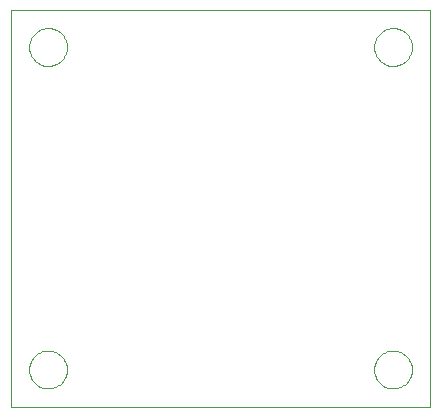
<source format=gm1>
G04 Output by ViewMate Deluxe V11.0.9  PentaLogix LLC*
G04 Sun Feb 16 15:57:02 2014*
%FSLAX33Y33*%
%MOMM*%
%IPPOS*%
%ADD104C,0.0*%

%LPD*%
X0Y0D2*D104*G1X35794Y4534D2*X254Y4534D1*D104*X4928Y34453D2*X4879Y34336D1*X1834Y35141D2*X1849Y35268D1*X2070Y35860D2*X2141Y35964D1*X31039Y7709D2*X31044Y7582D1*X31059Y7455*X31085Y7330*X31120Y7209*X31163Y7089*X31217Y6975*X31280Y6863*X31351Y6759*X31432Y6660*X31519Y6566*X31613Y6480*X31714Y6403*X31821Y6335*X31933Y6274*X32050Y6220*X32169Y6180*X32291Y6147*X32418Y6124*X32542Y6111*X32672Y6109*X32799Y6116*X32923Y6134*X33048Y6162*X33170Y6200*X33287Y6246*X33401Y6302*X33510Y6368*X33614Y6441*X33713Y6523*X33805Y6612*X33886Y6708*X33962Y6810*X34031Y6919*X34089Y7031*X34138Y7148*X34178Y7269*X34209Y7394*X34229Y7518*X34239Y7645*X34239Y7772*X34229Y7899*X34209Y8024*X34178Y8148*X34138Y8270*X34089Y8387*X34031Y8499*X33962Y8608*X33886Y8710*X33805Y8806*X33713Y8895*X33614Y8976*X33510Y9050*X33401Y9116*X33287Y9172*X33170Y9218*X33048Y9256*X32923Y9284*X32799Y9301*X32672Y9309*X32542Y9307*X32418Y9294*X32291Y9271*X32169Y9238*X32050Y9197*X31933Y9144*X31821Y9083*X31714Y9014*X31613Y8938*X31519Y8852*X31432Y8758*X31351Y8659*X31280Y8555*X31217Y8443*X31163Y8329*X31120Y8209*X31085Y8087*X31059Y7963*X31044Y7836*X31039Y7709*X31039Y35014D2*X31044Y34887D1*X31059Y34760*X31085Y34635*X31120Y34514*X31163Y34394*X31217Y34280*X31280Y34168*X31351Y34064*X31432Y33965*X31519Y33871*X31613Y33785*X31714Y33708*X31821Y33640*X31933Y33579*X32050Y33525*X32169Y33485*X32291Y33452*X32418Y33429*X32542Y33416*X32672Y33414*X32799Y33421*X32923Y33439*X33048Y33467*X33170Y33505*X33287Y33551*X33401Y33607*X33510Y33673*X33614Y33746*X33713Y33828*X33805Y33917*X33886Y34013*X33962Y34115*X34031Y34224*X34089Y34336*X34138Y34453*X34178Y34574*X34209Y34699*X34229Y34823*X34239Y34950*X34239Y35077*X34229Y35204*X34209Y35329*X34178Y35453*X34138Y35575*X34089Y35692*X34031Y35804*X33962Y35913*X33886Y36015*X33805Y36111*X33713Y36200*X33614Y36281*X33510Y36355*X33401Y36421*X33287Y36477*X33170Y36523*X33048Y36561*X32923Y36589*X32799Y36606*X32672Y36614*X32542Y36612*X32418Y36599*X32291Y36576*X32169Y36543*X32050Y36502*X31933Y36449*X31821Y36388*X31714Y36319*X31613Y36243*X31519Y36157*X31432Y36063*X31351Y35964*X31280Y35860*X31217Y35748*X31163Y35634*X31120Y35514*X31085Y35392*X31059Y35268*X31044Y35141*X31039Y35014*X1829Y35014D2*X1834Y34887D1*X1849Y34760*X1875Y34635*X1910Y34514*X1953Y34394*X2007Y34280*X2070Y34168*X2141Y34064*X2222Y33965*X2309Y33871*X2403Y33785*X2504Y33708*X2611Y33640*X2723Y33579*X2840Y33525*X2959Y33485*X3081Y33452*X3208Y33429*X3332Y33416*X3462Y33414*X3589Y33421*X3713Y33439*X3838Y33467*X3960Y33505*X4077Y33551*X4191Y33607*X4300Y33673*X4404Y33746*X4503Y33828*X4595Y33917*X4676Y34013*X4752Y34115*X4821Y34224*X4879Y34336*X4928Y34453D2*X4968Y34574D1*X4999Y34699*X5019Y34823*X5029Y34950*X5029Y35077*X5019Y35204*X4999Y35329*X4968Y35453*X4928Y35575*X4879Y35692*X4821Y35804*X4752Y35913*X4676Y36015*X4595Y36111*X4503Y36200*X4404Y36281*X4300Y36355*X4191Y36421*X4077Y36477*X3960Y36523*X3838Y36561*X3713Y36589*X3589Y36606*X3462Y36614*X3332Y36612*X3208Y36599*X3081Y36576*X2959Y36543*X2840Y36502*X2723Y36449*X2611Y36388*X2504Y36319*X2403Y36243*X2309Y36157*X2222Y36063*X2141Y35964*X2070Y35860D2*X2007Y35748D1*X1953Y35634*X1910Y35514*X1875Y35392*X1849Y35268*X1829Y35014D2*X1834Y35141D1*X1829Y7709D2*X1834Y7582D1*X1849Y7455*X1875Y7330*X1910Y7209*X1953Y7089*X2007Y6975*X2070Y6863*X2141Y6759*X2222Y6660*X2309Y6566*X2403Y6480*X2504Y6403*X2611Y6335*X2723Y6274*X2840Y6220*X2959Y6180*X3081Y6147*X3208Y6124*X3332Y6111*X3462Y6109*X3589Y6116*X3713Y6134*X3838Y6162*X3960Y6200*X4077Y6246*X4191Y6302*X4300Y6368*X4404Y6441*X4503Y6523*X4595Y6612*X4676Y6708*X4752Y6810*X4821Y6919*X4879Y7031*X4928Y7148*X4968Y7269*X4999Y7394*X5019Y7518*X5029Y7645*X5029Y7772*X5019Y7899*X4999Y8024*X4968Y8148*X4928Y8270*X4879Y8387*X4821Y8499*X4752Y8608*X4676Y8710*X4595Y8806*X4503Y8895*X4404Y8976*X4300Y9050*X4191Y9116*X4077Y9172*X3960Y9218*X3838Y9256*X3713Y9284*X3589Y9301*X3462Y9309*X3332Y9307*X3208Y9294*X3081Y9271*X2959Y9238*X2840Y9197*X2723Y9144*X2611Y9083*X2504Y9014*X2403Y8938*X2309Y8852*X2222Y8758*X2141Y8659*X2070Y8555*X2007Y8443*X1953Y8329*X1910Y8209*X1875Y8087*X1849Y7963*X1834Y7836*X1829Y7709*X35794Y4534D2*X35794Y38189D1*X254Y38189*X254Y4534*X0Y0D2*M02*
</source>
